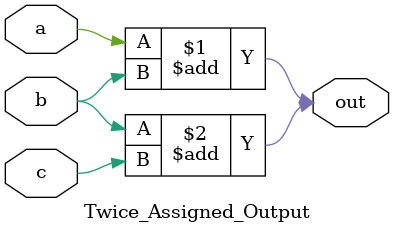
<source format=v>
module Twice_Assigned_Output(input wire a, b, c, output wire out);
  reg [2:0] two_input;
  assign out = a+b;
  assign out = b+c;  
endmodule

</source>
